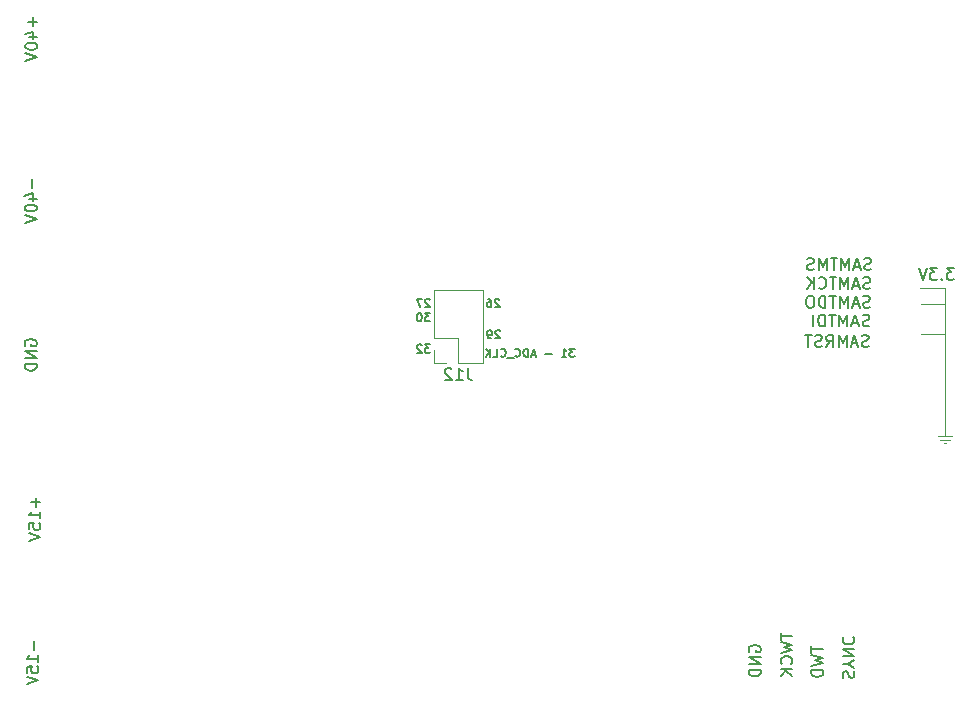
<source format=gbr>
G04 #@! TF.GenerationSoftware,KiCad,Pcbnew,(5.1.12-1-10_14)*
G04 #@! TF.CreationDate,2022-10-09T23:27:55+02:00*
G04 #@! TF.ProjectId,Boat Channel Board,426f6174-2043-4686-916e-6e656c20426f,rev?*
G04 #@! TF.SameCoordinates,Original*
G04 #@! TF.FileFunction,Legend,Bot*
G04 #@! TF.FilePolarity,Positive*
%FSLAX46Y46*%
G04 Gerber Fmt 4.6, Leading zero omitted, Abs format (unit mm)*
G04 Created by KiCad (PCBNEW (5.1.12-1-10_14)) date 2022-10-09 23:27:55*
%MOMM*%
%LPD*%
G01*
G04 APERTURE LIST*
%ADD10C,0.150000*%
%ADD11C,0.120000*%
G04 APERTURE END LIST*
D10*
X148386190Y-72142380D02*
X147767142Y-72142380D01*
X148100476Y-72523333D01*
X147957619Y-72523333D01*
X147862380Y-72570952D01*
X147814761Y-72618571D01*
X147767142Y-72713809D01*
X147767142Y-72951904D01*
X147814761Y-73047142D01*
X147862380Y-73094761D01*
X147957619Y-73142380D01*
X148243333Y-73142380D01*
X148338571Y-73094761D01*
X148386190Y-73047142D01*
X147338571Y-73047142D02*
X147290952Y-73094761D01*
X147338571Y-73142380D01*
X147386190Y-73094761D01*
X147338571Y-73047142D01*
X147338571Y-73142380D01*
X146957619Y-72142380D02*
X146338571Y-72142380D01*
X146671904Y-72523333D01*
X146529047Y-72523333D01*
X146433809Y-72570952D01*
X146386190Y-72618571D01*
X146338571Y-72713809D01*
X146338571Y-72951904D01*
X146386190Y-73047142D01*
X146433809Y-73094761D01*
X146529047Y-73142380D01*
X146814761Y-73142380D01*
X146910000Y-73094761D01*
X146957619Y-73047142D01*
X146052857Y-72142380D02*
X145719523Y-73142380D01*
X145386190Y-72142380D01*
D11*
X145520000Y-73840000D02*
X147620000Y-73840000D01*
D10*
X70371428Y-50938095D02*
X70371428Y-51700000D01*
X70752380Y-51319047D02*
X69990476Y-51319047D01*
X70085714Y-52604761D02*
X70752380Y-52604761D01*
X69704761Y-52366666D02*
X70419047Y-52128571D01*
X70419047Y-52747619D01*
X69752380Y-53319047D02*
X69752380Y-53414285D01*
X69800000Y-53509523D01*
X69847619Y-53557142D01*
X69942857Y-53604761D01*
X70133333Y-53652380D01*
X70371428Y-53652380D01*
X70561904Y-53604761D01*
X70657142Y-53557142D01*
X70704761Y-53509523D01*
X70752380Y-53414285D01*
X70752380Y-53319047D01*
X70704761Y-53223809D01*
X70657142Y-53176190D01*
X70561904Y-53128571D01*
X70371428Y-53080952D01*
X70133333Y-53080952D01*
X69942857Y-53128571D01*
X69847619Y-53176190D01*
X69800000Y-53223809D01*
X69752380Y-53319047D01*
X69752380Y-53938095D02*
X70752380Y-54271428D01*
X69752380Y-54604761D01*
X70321428Y-64638095D02*
X70321428Y-65400000D01*
X70035714Y-66304761D02*
X70702380Y-66304761D01*
X69654761Y-66066666D02*
X70369047Y-65828571D01*
X70369047Y-66447619D01*
X69702380Y-67019047D02*
X69702380Y-67114285D01*
X69750000Y-67209523D01*
X69797619Y-67257142D01*
X69892857Y-67304761D01*
X70083333Y-67352380D01*
X70321428Y-67352380D01*
X70511904Y-67304761D01*
X70607142Y-67257142D01*
X70654761Y-67209523D01*
X70702380Y-67114285D01*
X70702380Y-67019047D01*
X70654761Y-66923809D01*
X70607142Y-66876190D01*
X70511904Y-66828571D01*
X70321428Y-66780952D01*
X70083333Y-66780952D01*
X69892857Y-66828571D01*
X69797619Y-66876190D01*
X69750000Y-66923809D01*
X69702380Y-67019047D01*
X69702380Y-67638095D02*
X70702380Y-67971428D01*
X69702380Y-68304761D01*
X69750000Y-78738095D02*
X69702380Y-78642857D01*
X69702380Y-78500000D01*
X69750000Y-78357142D01*
X69845238Y-78261904D01*
X69940476Y-78214285D01*
X70130952Y-78166666D01*
X70273809Y-78166666D01*
X70464285Y-78214285D01*
X70559523Y-78261904D01*
X70654761Y-78357142D01*
X70702380Y-78500000D01*
X70702380Y-78595238D01*
X70654761Y-78738095D01*
X70607142Y-78785714D01*
X70273809Y-78785714D01*
X70273809Y-78595238D01*
X70702380Y-79214285D02*
X69702380Y-79214285D01*
X70702380Y-79785714D01*
X69702380Y-79785714D01*
X70702380Y-80261904D02*
X69702380Y-80261904D01*
X69702380Y-80500000D01*
X69750000Y-80642857D01*
X69845238Y-80738095D01*
X69940476Y-80785714D01*
X70130952Y-80833333D01*
X70273809Y-80833333D01*
X70464285Y-80785714D01*
X70559523Y-80738095D01*
X70654761Y-80642857D01*
X70702380Y-80500000D01*
X70702380Y-80261904D01*
X70646428Y-91588095D02*
X70646428Y-92350000D01*
X71027380Y-91969047D02*
X70265476Y-91969047D01*
X71027380Y-93350000D02*
X71027380Y-92778571D01*
X71027380Y-93064285D02*
X70027380Y-93064285D01*
X70170238Y-92969047D01*
X70265476Y-92873809D01*
X70313095Y-92778571D01*
X70027380Y-94254761D02*
X70027380Y-93778571D01*
X70503571Y-93730952D01*
X70455952Y-93778571D01*
X70408333Y-93873809D01*
X70408333Y-94111904D01*
X70455952Y-94207142D01*
X70503571Y-94254761D01*
X70598809Y-94302380D01*
X70836904Y-94302380D01*
X70932142Y-94254761D01*
X70979761Y-94207142D01*
X71027380Y-94111904D01*
X71027380Y-93873809D01*
X70979761Y-93778571D01*
X70932142Y-93730952D01*
X70027380Y-94588095D02*
X71027380Y-94921428D01*
X70027380Y-95254761D01*
X70471428Y-103738095D02*
X70471428Y-104500000D01*
X70852380Y-105500000D02*
X70852380Y-104928571D01*
X70852380Y-105214285D02*
X69852380Y-105214285D01*
X69995238Y-105119047D01*
X70090476Y-105023809D01*
X70138095Y-104928571D01*
X69852380Y-106404761D02*
X69852380Y-105928571D01*
X70328571Y-105880952D01*
X70280952Y-105928571D01*
X70233333Y-106023809D01*
X70233333Y-106261904D01*
X70280952Y-106357142D01*
X70328571Y-106404761D01*
X70423809Y-106452380D01*
X70661904Y-106452380D01*
X70757142Y-106404761D01*
X70804761Y-106357142D01*
X70852380Y-106261904D01*
X70852380Y-106023809D01*
X70804761Y-105928571D01*
X70757142Y-105880952D01*
X69852380Y-106738095D02*
X70852380Y-107071428D01*
X69852380Y-107404761D01*
X104016666Y-78616666D02*
X103583333Y-78616666D01*
X103816666Y-78883333D01*
X103716666Y-78883333D01*
X103650000Y-78916666D01*
X103616666Y-78950000D01*
X103583333Y-79016666D01*
X103583333Y-79183333D01*
X103616666Y-79250000D01*
X103650000Y-79283333D01*
X103716666Y-79316666D01*
X103916666Y-79316666D01*
X103983333Y-79283333D01*
X104016666Y-79250000D01*
X103316666Y-78683333D02*
X103283333Y-78650000D01*
X103216666Y-78616666D01*
X103050000Y-78616666D01*
X102983333Y-78650000D01*
X102950000Y-78683333D01*
X102916666Y-78750000D01*
X102916666Y-78816666D01*
X102950000Y-78916666D01*
X103350000Y-79316666D01*
X102916666Y-79316666D01*
X116253333Y-78976666D02*
X115820000Y-78976666D01*
X116053333Y-79243333D01*
X115953333Y-79243333D01*
X115886666Y-79276666D01*
X115853333Y-79310000D01*
X115820000Y-79376666D01*
X115820000Y-79543333D01*
X115853333Y-79610000D01*
X115886666Y-79643333D01*
X115953333Y-79676666D01*
X116153333Y-79676666D01*
X116220000Y-79643333D01*
X116253333Y-79610000D01*
X115153333Y-79676666D02*
X115553333Y-79676666D01*
X115353333Y-79676666D02*
X115353333Y-78976666D01*
X115420000Y-79076666D01*
X115486666Y-79143333D01*
X115553333Y-79176666D01*
X114320000Y-79410000D02*
X113786666Y-79410000D01*
X112953333Y-79476666D02*
X112620000Y-79476666D01*
X113020000Y-79676666D02*
X112786666Y-78976666D01*
X112553333Y-79676666D01*
X112320000Y-79676666D02*
X112320000Y-78976666D01*
X112153333Y-78976666D01*
X112053333Y-79010000D01*
X111986666Y-79076666D01*
X111953333Y-79143333D01*
X111920000Y-79276666D01*
X111920000Y-79376666D01*
X111953333Y-79510000D01*
X111986666Y-79576666D01*
X112053333Y-79643333D01*
X112153333Y-79676666D01*
X112320000Y-79676666D01*
X111220000Y-79610000D02*
X111253333Y-79643333D01*
X111353333Y-79676666D01*
X111420000Y-79676666D01*
X111520000Y-79643333D01*
X111586666Y-79576666D01*
X111620000Y-79510000D01*
X111653333Y-79376666D01*
X111653333Y-79276666D01*
X111620000Y-79143333D01*
X111586666Y-79076666D01*
X111520000Y-79010000D01*
X111420000Y-78976666D01*
X111353333Y-78976666D01*
X111253333Y-79010000D01*
X111220000Y-79043333D01*
X111086666Y-79743333D02*
X110553333Y-79743333D01*
X109986666Y-79610000D02*
X110020000Y-79643333D01*
X110120000Y-79676666D01*
X110186666Y-79676666D01*
X110286666Y-79643333D01*
X110353333Y-79576666D01*
X110386666Y-79510000D01*
X110420000Y-79376666D01*
X110420000Y-79276666D01*
X110386666Y-79143333D01*
X110353333Y-79076666D01*
X110286666Y-79010000D01*
X110186666Y-78976666D01*
X110120000Y-78976666D01*
X110020000Y-79010000D01*
X109986666Y-79043333D01*
X109353333Y-79676666D02*
X109686666Y-79676666D01*
X109686666Y-78976666D01*
X109120000Y-79676666D02*
X109120000Y-78976666D01*
X108720000Y-79676666D02*
X109020000Y-79276666D01*
X108720000Y-78976666D02*
X109120000Y-79376666D01*
X104016666Y-75966666D02*
X103583333Y-75966666D01*
X103816666Y-76233333D01*
X103716666Y-76233333D01*
X103650000Y-76266666D01*
X103616666Y-76300000D01*
X103583333Y-76366666D01*
X103583333Y-76533333D01*
X103616666Y-76600000D01*
X103650000Y-76633333D01*
X103716666Y-76666666D01*
X103916666Y-76666666D01*
X103983333Y-76633333D01*
X104016666Y-76600000D01*
X103150000Y-75966666D02*
X103083333Y-75966666D01*
X103016666Y-76000000D01*
X102983333Y-76033333D01*
X102950000Y-76100000D01*
X102916666Y-76233333D01*
X102916666Y-76400000D01*
X102950000Y-76533333D01*
X102983333Y-76600000D01*
X103016666Y-76633333D01*
X103083333Y-76666666D01*
X103150000Y-76666666D01*
X103216666Y-76633333D01*
X103250000Y-76600000D01*
X103283333Y-76533333D01*
X103316666Y-76400000D01*
X103316666Y-76233333D01*
X103283333Y-76100000D01*
X103250000Y-76033333D01*
X103216666Y-76000000D01*
X103150000Y-75966666D01*
X109933333Y-77483333D02*
X109900000Y-77450000D01*
X109833333Y-77416666D01*
X109666666Y-77416666D01*
X109600000Y-77450000D01*
X109566666Y-77483333D01*
X109533333Y-77550000D01*
X109533333Y-77616666D01*
X109566666Y-77716666D01*
X109966666Y-78116666D01*
X109533333Y-78116666D01*
X109200000Y-78116666D02*
X109066666Y-78116666D01*
X109000000Y-78083333D01*
X108966666Y-78050000D01*
X108900000Y-77950000D01*
X108866666Y-77816666D01*
X108866666Y-77550000D01*
X108900000Y-77483333D01*
X108933333Y-77450000D01*
X109000000Y-77416666D01*
X109133333Y-77416666D01*
X109200000Y-77450000D01*
X109233333Y-77483333D01*
X109266666Y-77550000D01*
X109266666Y-77716666D01*
X109233333Y-77783333D01*
X109200000Y-77816666D01*
X109133333Y-77850000D01*
X109000000Y-77850000D01*
X108933333Y-77816666D01*
X108900000Y-77783333D01*
X108866666Y-77716666D01*
X103983333Y-74833333D02*
X103950000Y-74800000D01*
X103883333Y-74766666D01*
X103716666Y-74766666D01*
X103650000Y-74800000D01*
X103616666Y-74833333D01*
X103583333Y-74900000D01*
X103583333Y-74966666D01*
X103616666Y-75066666D01*
X104016666Y-75466666D01*
X103583333Y-75466666D01*
X103350000Y-74766666D02*
X102883333Y-74766666D01*
X103183333Y-75466666D01*
X109883333Y-74833333D02*
X109850000Y-74800000D01*
X109783333Y-74766666D01*
X109616666Y-74766666D01*
X109550000Y-74800000D01*
X109516666Y-74833333D01*
X109483333Y-74900000D01*
X109483333Y-74966666D01*
X109516666Y-75066666D01*
X109916666Y-75466666D01*
X109483333Y-75466666D01*
X108883333Y-74766666D02*
X109016666Y-74766666D01*
X109083333Y-74800000D01*
X109116666Y-74833333D01*
X109183333Y-74933333D01*
X109216666Y-75066666D01*
X109216666Y-75333333D01*
X109183333Y-75400000D01*
X109150000Y-75433333D01*
X109083333Y-75466666D01*
X108950000Y-75466666D01*
X108883333Y-75433333D01*
X108850000Y-75400000D01*
X108816666Y-75333333D01*
X108816666Y-75166666D01*
X108850000Y-75100000D01*
X108883333Y-75066666D01*
X108950000Y-75033333D01*
X109083333Y-75033333D01*
X109150000Y-75066666D01*
X109183333Y-75100000D01*
X109216666Y-75166666D01*
D11*
X147200000Y-86700000D02*
X148000000Y-86700000D01*
X147500000Y-87000000D02*
X147700000Y-87000000D01*
X147000000Y-86400000D02*
X148200000Y-86400000D01*
X145600000Y-77700000D02*
X147600000Y-77700000D01*
X147640000Y-73840000D02*
X147600000Y-86400000D01*
X145600000Y-75200000D02*
X147600000Y-75200000D01*
D10*
X141142857Y-78774761D02*
X141000000Y-78822380D01*
X140761904Y-78822380D01*
X140666666Y-78774761D01*
X140619047Y-78727142D01*
X140571428Y-78631904D01*
X140571428Y-78536666D01*
X140619047Y-78441428D01*
X140666666Y-78393809D01*
X140761904Y-78346190D01*
X140952380Y-78298571D01*
X141047619Y-78250952D01*
X141095238Y-78203333D01*
X141142857Y-78108095D01*
X141142857Y-78012857D01*
X141095238Y-77917619D01*
X141047619Y-77870000D01*
X140952380Y-77822380D01*
X140714285Y-77822380D01*
X140571428Y-77870000D01*
X140190476Y-78536666D02*
X139714285Y-78536666D01*
X140285714Y-78822380D02*
X139952380Y-77822380D01*
X139619047Y-78822380D01*
X139285714Y-78822380D02*
X139285714Y-77822380D01*
X138952380Y-78536666D01*
X138619047Y-77822380D01*
X138619047Y-78822380D01*
X137571428Y-78822380D02*
X137904761Y-78346190D01*
X138142857Y-78822380D02*
X138142857Y-77822380D01*
X137761904Y-77822380D01*
X137666666Y-77870000D01*
X137619047Y-77917619D01*
X137571428Y-78012857D01*
X137571428Y-78155714D01*
X137619047Y-78250952D01*
X137666666Y-78298571D01*
X137761904Y-78346190D01*
X138142857Y-78346190D01*
X137190476Y-78774761D02*
X137047619Y-78822380D01*
X136809523Y-78822380D01*
X136714285Y-78774761D01*
X136666666Y-78727142D01*
X136619047Y-78631904D01*
X136619047Y-78536666D01*
X136666666Y-78441428D01*
X136714285Y-78393809D01*
X136809523Y-78346190D01*
X137000000Y-78298571D01*
X137095238Y-78250952D01*
X137142857Y-78203333D01*
X137190476Y-78108095D01*
X137190476Y-78012857D01*
X137142857Y-77917619D01*
X137095238Y-77870000D01*
X137000000Y-77822380D01*
X136761904Y-77822380D01*
X136619047Y-77870000D01*
X136333333Y-77822380D02*
X135761904Y-77822380D01*
X136047619Y-78822380D02*
X136047619Y-77822380D01*
X141204761Y-77054761D02*
X141061904Y-77102380D01*
X140823809Y-77102380D01*
X140728571Y-77054761D01*
X140680952Y-77007142D01*
X140633333Y-76911904D01*
X140633333Y-76816666D01*
X140680952Y-76721428D01*
X140728571Y-76673809D01*
X140823809Y-76626190D01*
X141014285Y-76578571D01*
X141109523Y-76530952D01*
X141157142Y-76483333D01*
X141204761Y-76388095D01*
X141204761Y-76292857D01*
X141157142Y-76197619D01*
X141109523Y-76150000D01*
X141014285Y-76102380D01*
X140776190Y-76102380D01*
X140633333Y-76150000D01*
X140252380Y-76816666D02*
X139776190Y-76816666D01*
X140347619Y-77102380D02*
X140014285Y-76102380D01*
X139680952Y-77102380D01*
X139347619Y-77102380D02*
X139347619Y-76102380D01*
X139014285Y-76816666D01*
X138680952Y-76102380D01*
X138680952Y-77102380D01*
X138347619Y-76102380D02*
X137776190Y-76102380D01*
X138061904Y-77102380D02*
X138061904Y-76102380D01*
X137442857Y-77102380D02*
X137442857Y-76102380D01*
X137204761Y-76102380D01*
X137061904Y-76150000D01*
X136966666Y-76245238D01*
X136919047Y-76340476D01*
X136871428Y-76530952D01*
X136871428Y-76673809D01*
X136919047Y-76864285D01*
X136966666Y-76959523D01*
X137061904Y-77054761D01*
X137204761Y-77102380D01*
X137442857Y-77102380D01*
X136442857Y-77102380D02*
X136442857Y-76102380D01*
X141260476Y-75464761D02*
X141117619Y-75512380D01*
X140879523Y-75512380D01*
X140784285Y-75464761D01*
X140736666Y-75417142D01*
X140689047Y-75321904D01*
X140689047Y-75226666D01*
X140736666Y-75131428D01*
X140784285Y-75083809D01*
X140879523Y-75036190D01*
X141070000Y-74988571D01*
X141165238Y-74940952D01*
X141212857Y-74893333D01*
X141260476Y-74798095D01*
X141260476Y-74702857D01*
X141212857Y-74607619D01*
X141165238Y-74560000D01*
X141070000Y-74512380D01*
X140831904Y-74512380D01*
X140689047Y-74560000D01*
X140308095Y-75226666D02*
X139831904Y-75226666D01*
X140403333Y-75512380D02*
X140070000Y-74512380D01*
X139736666Y-75512380D01*
X139403333Y-75512380D02*
X139403333Y-74512380D01*
X139070000Y-75226666D01*
X138736666Y-74512380D01*
X138736666Y-75512380D01*
X138403333Y-74512380D02*
X137831904Y-74512380D01*
X138117619Y-75512380D02*
X138117619Y-74512380D01*
X137498571Y-75512380D02*
X137498571Y-74512380D01*
X137260476Y-74512380D01*
X137117619Y-74560000D01*
X137022380Y-74655238D01*
X136974761Y-74750476D01*
X136927142Y-74940952D01*
X136927142Y-75083809D01*
X136974761Y-75274285D01*
X137022380Y-75369523D01*
X137117619Y-75464761D01*
X137260476Y-75512380D01*
X137498571Y-75512380D01*
X136308095Y-74512380D02*
X136117619Y-74512380D01*
X136022380Y-74560000D01*
X135927142Y-74655238D01*
X135879523Y-74845714D01*
X135879523Y-75179047D01*
X135927142Y-75369523D01*
X136022380Y-75464761D01*
X136117619Y-75512380D01*
X136308095Y-75512380D01*
X136403333Y-75464761D01*
X136498571Y-75369523D01*
X136546190Y-75179047D01*
X136546190Y-74845714D01*
X136498571Y-74655238D01*
X136403333Y-74560000D01*
X136308095Y-74512380D01*
X141276666Y-73884761D02*
X141133809Y-73932380D01*
X140895714Y-73932380D01*
X140800476Y-73884761D01*
X140752857Y-73837142D01*
X140705238Y-73741904D01*
X140705238Y-73646666D01*
X140752857Y-73551428D01*
X140800476Y-73503809D01*
X140895714Y-73456190D01*
X141086190Y-73408571D01*
X141181428Y-73360952D01*
X141229047Y-73313333D01*
X141276666Y-73218095D01*
X141276666Y-73122857D01*
X141229047Y-73027619D01*
X141181428Y-72980000D01*
X141086190Y-72932380D01*
X140848095Y-72932380D01*
X140705238Y-72980000D01*
X140324285Y-73646666D02*
X139848095Y-73646666D01*
X140419523Y-73932380D02*
X140086190Y-72932380D01*
X139752857Y-73932380D01*
X139419523Y-73932380D02*
X139419523Y-72932380D01*
X139086190Y-73646666D01*
X138752857Y-72932380D01*
X138752857Y-73932380D01*
X138419523Y-72932380D02*
X137848095Y-72932380D01*
X138133809Y-73932380D02*
X138133809Y-72932380D01*
X136943333Y-73837142D02*
X136990952Y-73884761D01*
X137133809Y-73932380D01*
X137229047Y-73932380D01*
X137371904Y-73884761D01*
X137467142Y-73789523D01*
X137514761Y-73694285D01*
X137562380Y-73503809D01*
X137562380Y-73360952D01*
X137514761Y-73170476D01*
X137467142Y-73075238D01*
X137371904Y-72980000D01*
X137229047Y-72932380D01*
X137133809Y-72932380D01*
X136990952Y-72980000D01*
X136943333Y-73027619D01*
X136514761Y-73932380D02*
X136514761Y-72932380D01*
X135943333Y-73932380D02*
X136371904Y-73360952D01*
X135943333Y-72932380D02*
X136514761Y-73503809D01*
X141354285Y-72274761D02*
X141211428Y-72322380D01*
X140973333Y-72322380D01*
X140878095Y-72274761D01*
X140830476Y-72227142D01*
X140782857Y-72131904D01*
X140782857Y-72036666D01*
X140830476Y-71941428D01*
X140878095Y-71893809D01*
X140973333Y-71846190D01*
X141163809Y-71798571D01*
X141259047Y-71750952D01*
X141306666Y-71703333D01*
X141354285Y-71608095D01*
X141354285Y-71512857D01*
X141306666Y-71417619D01*
X141259047Y-71370000D01*
X141163809Y-71322380D01*
X140925714Y-71322380D01*
X140782857Y-71370000D01*
X140401904Y-72036666D02*
X139925714Y-72036666D01*
X140497142Y-72322380D02*
X140163809Y-71322380D01*
X139830476Y-72322380D01*
X139497142Y-72322380D02*
X139497142Y-71322380D01*
X139163809Y-72036666D01*
X138830476Y-71322380D01*
X138830476Y-72322380D01*
X138497142Y-71322380D02*
X137925714Y-71322380D01*
X138211428Y-72322380D02*
X138211428Y-71322380D01*
X137592380Y-72322380D02*
X137592380Y-71322380D01*
X137259047Y-72036666D01*
X136925714Y-71322380D01*
X136925714Y-72322380D01*
X136497142Y-72274761D02*
X136354285Y-72322380D01*
X136116190Y-72322380D01*
X136020952Y-72274761D01*
X135973333Y-72227142D01*
X135925714Y-72131904D01*
X135925714Y-72036666D01*
X135973333Y-71941428D01*
X136020952Y-71893809D01*
X136116190Y-71846190D01*
X136306666Y-71798571D01*
X136401904Y-71750952D01*
X136449523Y-71703333D01*
X136497142Y-71608095D01*
X136497142Y-71512857D01*
X136449523Y-71417619D01*
X136401904Y-71370000D01*
X136306666Y-71322380D01*
X136068571Y-71322380D01*
X135925714Y-71370000D01*
X131050000Y-104638095D02*
X131002380Y-104542857D01*
X131002380Y-104400000D01*
X131050000Y-104257142D01*
X131145238Y-104161904D01*
X131240476Y-104114285D01*
X131430952Y-104066666D01*
X131573809Y-104066666D01*
X131764285Y-104114285D01*
X131859523Y-104161904D01*
X131954761Y-104257142D01*
X132002380Y-104400000D01*
X132002380Y-104495238D01*
X131954761Y-104638095D01*
X131907142Y-104685714D01*
X131573809Y-104685714D01*
X131573809Y-104495238D01*
X132002380Y-105114285D02*
X131002380Y-105114285D01*
X132002380Y-105685714D01*
X131002380Y-105685714D01*
X132002380Y-106161904D02*
X131002380Y-106161904D01*
X131002380Y-106400000D01*
X131050000Y-106542857D01*
X131145238Y-106638095D01*
X131240476Y-106685714D01*
X131430952Y-106733333D01*
X131573809Y-106733333D01*
X131764285Y-106685714D01*
X131859523Y-106638095D01*
X131954761Y-106542857D01*
X132002380Y-106400000D01*
X132002380Y-106161904D01*
X138995238Y-106868095D02*
X138947619Y-106725238D01*
X138947619Y-106487142D01*
X138995238Y-106391904D01*
X139042857Y-106344285D01*
X139138095Y-106296666D01*
X139233333Y-106296666D01*
X139328571Y-106344285D01*
X139376190Y-106391904D01*
X139423809Y-106487142D01*
X139471428Y-106677619D01*
X139519047Y-106772857D01*
X139566666Y-106820476D01*
X139661904Y-106868095D01*
X139757142Y-106868095D01*
X139852380Y-106820476D01*
X139900000Y-106772857D01*
X139947619Y-106677619D01*
X139947619Y-106439523D01*
X139900000Y-106296666D01*
X139423809Y-105677619D02*
X138947619Y-105677619D01*
X139947619Y-106010952D02*
X139423809Y-105677619D01*
X139947619Y-105344285D01*
X138947619Y-105010952D02*
X139947619Y-105010952D01*
X138947619Y-104439523D01*
X139947619Y-104439523D01*
X139042857Y-103391904D02*
X138995238Y-103439523D01*
X138947619Y-103582380D01*
X138947619Y-103677619D01*
X138995238Y-103820476D01*
X139090476Y-103915714D01*
X139185714Y-103963333D01*
X139376190Y-104010952D01*
X139519047Y-104010952D01*
X139709523Y-103963333D01*
X139804761Y-103915714D01*
X139900000Y-103820476D01*
X139947619Y-103677619D01*
X139947619Y-103582380D01*
X139900000Y-103439523D01*
X139852380Y-103391904D01*
X136302380Y-104142857D02*
X136302380Y-104714285D01*
X137302380Y-104428571D02*
X136302380Y-104428571D01*
X136302380Y-104952380D02*
X137302380Y-105190476D01*
X136588095Y-105380952D01*
X137302380Y-105571428D01*
X136302380Y-105809523D01*
X137302380Y-106190476D02*
X136302380Y-106190476D01*
X136302380Y-106428571D01*
X136350000Y-106571428D01*
X136445238Y-106666666D01*
X136540476Y-106714285D01*
X136730952Y-106761904D01*
X136873809Y-106761904D01*
X137064285Y-106714285D01*
X137159523Y-106666666D01*
X137254761Y-106571428D01*
X137302380Y-106428571D01*
X137302380Y-106190476D01*
X133702380Y-103042857D02*
X133702380Y-103614285D01*
X134702380Y-103328571D02*
X133702380Y-103328571D01*
X133702380Y-103852380D02*
X134702380Y-104090476D01*
X133988095Y-104280952D01*
X134702380Y-104471428D01*
X133702380Y-104709523D01*
X134607142Y-105661904D02*
X134654761Y-105614285D01*
X134702380Y-105471428D01*
X134702380Y-105376190D01*
X134654761Y-105233333D01*
X134559523Y-105138095D01*
X134464285Y-105090476D01*
X134273809Y-105042857D01*
X134130952Y-105042857D01*
X133940476Y-105090476D01*
X133845238Y-105138095D01*
X133750000Y-105233333D01*
X133702380Y-105376190D01*
X133702380Y-105471428D01*
X133750000Y-105614285D01*
X133797619Y-105661904D01*
X134702380Y-106090476D02*
X133702380Y-106090476D01*
X134702380Y-106661904D02*
X134130952Y-106233333D01*
X133702380Y-106661904D02*
X134273809Y-106090476D01*
D11*
X104340000Y-80160000D02*
X105400000Y-80160000D01*
X104340000Y-79100000D02*
X104340000Y-80160000D01*
X106400000Y-80160000D02*
X108460000Y-80160000D01*
X106400000Y-78100000D02*
X106400000Y-80160000D01*
X104340000Y-78100000D02*
X106400000Y-78100000D01*
X108460000Y-80160000D02*
X108460000Y-74040000D01*
X104340000Y-78100000D02*
X104340000Y-74040000D01*
X104340000Y-74040000D02*
X108460000Y-74040000D01*
D10*
X107209523Y-80612380D02*
X107209523Y-81326666D01*
X107257142Y-81469523D01*
X107352380Y-81564761D01*
X107495238Y-81612380D01*
X107590476Y-81612380D01*
X106209523Y-81612380D02*
X106780952Y-81612380D01*
X106495238Y-81612380D02*
X106495238Y-80612380D01*
X106590476Y-80755238D01*
X106685714Y-80850476D01*
X106780952Y-80898095D01*
X105828571Y-80707619D02*
X105780952Y-80660000D01*
X105685714Y-80612380D01*
X105447619Y-80612380D01*
X105352380Y-80660000D01*
X105304761Y-80707619D01*
X105257142Y-80802857D01*
X105257142Y-80898095D01*
X105304761Y-81040952D01*
X105876190Y-81612380D01*
X105257142Y-81612380D01*
M02*

</source>
